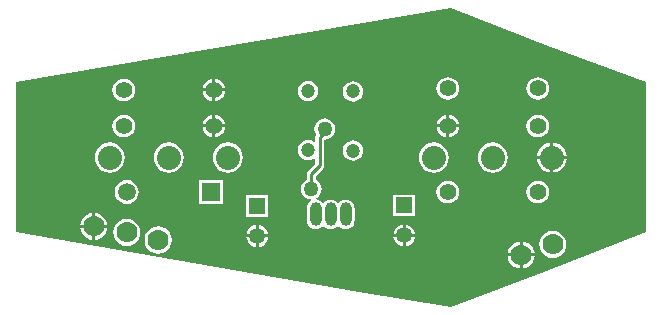
<source format=gbl>
G04*
G04 #@! TF.GenerationSoftware,Altium Limited,Altium Designer,18.0.11 (651)*
G04*
G04 Layer_Physical_Order=2*
G04 Layer_Color=16711680*
%FSLAX25Y25*%
%MOIN*%
G70*
G01*
G75*
%ADD12C,0.01000*%
%ADD28C,0.05512*%
%ADD29O,0.03937X0.07874*%
%ADD30O,0.03937X0.07874*%
%ADD31R,0.05906X0.05906*%
%ADD32C,0.05906*%
%ADD33C,0.05315*%
%ADD34R,0.05315X0.05315*%
%ADD35C,0.04724*%
%ADD36C,0.07000*%
%ADD37C,0.08000*%
%ADD38C,0.05000*%
G36*
X604000Y738500D02*
X636500Y726500D01*
Y676500D01*
X602519Y663450D01*
X571500Y651500D01*
X540960Y656770D01*
X426500Y676500D01*
Y726500D01*
X571500Y751495D01*
X604000Y738500D01*
D02*
G37*
%LPC*%
G36*
X493000Y727723D02*
Y724500D01*
X496222D01*
X496159Y724980D01*
X495781Y725894D01*
X495179Y726679D01*
X494394Y727281D01*
X493480Y727659D01*
X493000Y727723D01*
D02*
G37*
G36*
X492000D02*
X491519Y727659D01*
X490606Y727281D01*
X489821Y726679D01*
X489219Y725894D01*
X488841Y724980D01*
X488777Y724500D01*
X492000D01*
Y727723D01*
D02*
G37*
G36*
X600500Y728288D02*
X599519Y728159D01*
X598606Y727781D01*
X597821Y727179D01*
X597219Y726394D01*
X596841Y725481D01*
X596712Y724500D01*
X596841Y723520D01*
X597219Y722606D01*
X597821Y721821D01*
X598606Y721219D01*
X599519Y720841D01*
X600500Y720712D01*
X601480Y720841D01*
X602394Y721219D01*
X603179Y721821D01*
X603781Y722606D01*
X604159Y723520D01*
X604288Y724500D01*
X604159Y725481D01*
X603781Y726394D01*
X603179Y727179D01*
X602394Y727781D01*
X601480Y728159D01*
X600500Y728288D01*
D02*
G37*
G36*
X570500D02*
X569520Y728159D01*
X568606Y727781D01*
X567821Y727179D01*
X567219Y726394D01*
X566841Y725481D01*
X566712Y724500D01*
X566841Y723520D01*
X567219Y722606D01*
X567821Y721821D01*
X568606Y721219D01*
X569520Y720841D01*
X570500Y720712D01*
X571481Y720841D01*
X572394Y721219D01*
X573179Y721821D01*
X573781Y722606D01*
X574159Y723520D01*
X574288Y724500D01*
X574159Y725481D01*
X573781Y726394D01*
X573179Y727179D01*
X572394Y727781D01*
X571481Y728159D01*
X570500Y728288D01*
D02*
G37*
G36*
X524000Y727076D02*
X523122Y726961D01*
X522304Y726622D01*
X521602Y726083D01*
X521063Y725381D01*
X520724Y724563D01*
X520609Y723685D01*
X520724Y722807D01*
X521063Y721989D01*
X521602Y721287D01*
X522304Y720748D01*
X523122Y720409D01*
X524000Y720294D01*
X524878Y720409D01*
X525696Y720748D01*
X526398Y721287D01*
X526937Y721989D01*
X527276Y722807D01*
X527391Y723685D01*
X527276Y724563D01*
X526937Y725381D01*
X526398Y726083D01*
X525696Y726622D01*
X524878Y726961D01*
X524000Y727076D01*
D02*
G37*
G36*
X496222Y723500D02*
X493000D01*
Y720278D01*
X493480Y720341D01*
X494394Y720719D01*
X495179Y721321D01*
X495781Y722106D01*
X496159Y723020D01*
X496222Y723500D01*
D02*
G37*
G36*
X492000D02*
X488777D01*
X488841Y723020D01*
X489219Y722106D01*
X489821Y721321D01*
X490606Y720719D01*
X491519Y720341D01*
X492000Y720278D01*
Y723500D01*
D02*
G37*
G36*
X462500Y727788D02*
X461519Y727659D01*
X460606Y727281D01*
X459821Y726679D01*
X459219Y725894D01*
X458841Y724980D01*
X458712Y724000D01*
X458841Y723020D01*
X459219Y722106D01*
X459821Y721321D01*
X460606Y720719D01*
X461519Y720341D01*
X462500Y720212D01*
X463481Y720341D01*
X464394Y720719D01*
X465179Y721321D01*
X465781Y722106D01*
X466159Y723020D01*
X466288Y724000D01*
X466159Y724980D01*
X465781Y725894D01*
X465179Y726679D01*
X464394Y727281D01*
X463481Y727659D01*
X462500Y727788D01*
D02*
G37*
G36*
X539000Y726891D02*
X538122Y726776D01*
X537304Y726437D01*
X536602Y725898D01*
X536063Y725196D01*
X535724Y724378D01*
X535609Y723500D01*
X535724Y722622D01*
X536063Y721804D01*
X536602Y721102D01*
X537304Y720563D01*
X538122Y720224D01*
X539000Y720109D01*
X539878Y720224D01*
X540696Y720563D01*
X541398Y721102D01*
X541937Y721804D01*
X542276Y722622D01*
X542391Y723500D01*
X542276Y724378D01*
X541937Y725196D01*
X541398Y725898D01*
X540696Y726437D01*
X539878Y726776D01*
X539000Y726891D01*
D02*
G37*
G36*
X493000Y715723D02*
Y712500D01*
X496222D01*
X496159Y712981D01*
X495781Y713894D01*
X495179Y714679D01*
X494394Y715281D01*
X493480Y715659D01*
X493000Y715723D01*
D02*
G37*
G36*
X571000D02*
Y712500D01*
X574223D01*
X574159Y712981D01*
X573781Y713894D01*
X573179Y714679D01*
X572394Y715281D01*
X571481Y715659D01*
X571000Y715723D01*
D02*
G37*
G36*
X570000D02*
X569520Y715659D01*
X568606Y715281D01*
X567821Y714679D01*
X567219Y713894D01*
X566841Y712981D01*
X566778Y712500D01*
X570000D01*
Y715723D01*
D02*
G37*
G36*
X492000D02*
X491519Y715659D01*
X490606Y715281D01*
X489821Y714679D01*
X489219Y713894D01*
X488841Y712981D01*
X488777Y712500D01*
X492000D01*
Y715723D01*
D02*
G37*
G36*
X496222Y711500D02*
X493000D01*
Y708278D01*
X493480Y708341D01*
X494394Y708719D01*
X495179Y709321D01*
X495781Y710106D01*
X496159Y711020D01*
X496222Y711500D01*
D02*
G37*
G36*
X574223D02*
X571000D01*
Y708278D01*
X571481Y708341D01*
X572394Y708719D01*
X573179Y709321D01*
X573781Y710106D01*
X574159Y711020D01*
X574223Y711500D01*
D02*
G37*
G36*
X570000D02*
X566778D01*
X566841Y711020D01*
X567219Y710106D01*
X567821Y709321D01*
X568606Y708719D01*
X569520Y708341D01*
X570000Y708278D01*
Y711500D01*
D02*
G37*
G36*
X492000D02*
X488777D01*
X488841Y711020D01*
X489219Y710106D01*
X489821Y709321D01*
X490606Y708719D01*
X491519Y708341D01*
X492000Y708278D01*
Y711500D01*
D02*
G37*
G36*
X600500Y715788D02*
X599519Y715659D01*
X598606Y715281D01*
X597821Y714679D01*
X597219Y713894D01*
X596841Y712981D01*
X596712Y712000D01*
X596841Y711020D01*
X597219Y710106D01*
X597821Y709321D01*
X598606Y708719D01*
X599519Y708341D01*
X600500Y708212D01*
X601480Y708341D01*
X602394Y708719D01*
X603179Y709321D01*
X603781Y710106D01*
X604159Y711020D01*
X604288Y712000D01*
X604159Y712981D01*
X603781Y713894D01*
X603179Y714679D01*
X602394Y715281D01*
X601480Y715659D01*
X600500Y715788D01*
D02*
G37*
G36*
X462500D02*
X461519Y715659D01*
X460606Y715281D01*
X459821Y714679D01*
X459219Y713894D01*
X458841Y712981D01*
X458712Y712000D01*
X458841Y711020D01*
X459219Y710106D01*
X459821Y709321D01*
X460606Y708719D01*
X461519Y708341D01*
X462500Y708212D01*
X463481Y708341D01*
X464394Y708719D01*
X465179Y709321D01*
X465781Y710106D01*
X466159Y711020D01*
X466288Y712000D01*
X466159Y712981D01*
X465781Y713894D01*
X465179Y714679D01*
X464394Y715281D01*
X463481Y715659D01*
X462500Y715788D01*
D02*
G37*
G36*
X529500Y714530D02*
X528586Y714410D01*
X527735Y714057D01*
X527004Y713496D01*
X526443Y712765D01*
X526090Y711914D01*
X525970Y711000D01*
X526090Y710086D01*
X526443Y709235D01*
X526549Y709097D01*
X526449Y708948D01*
X526333Y708362D01*
Y707013D01*
X525884Y706792D01*
X525696Y706937D01*
X524878Y707276D01*
X524000Y707391D01*
X523122Y707276D01*
X522304Y706937D01*
X521602Y706398D01*
X521063Y705696D01*
X520724Y704878D01*
X520609Y704000D01*
X520724Y703122D01*
X521063Y702304D01*
X521602Y701602D01*
X522304Y701063D01*
X523122Y700724D01*
X524000Y700609D01*
X524878Y700724D01*
X525696Y701063D01*
X525884Y701208D01*
X526333Y700987D01*
Y699496D01*
X523919Y697081D01*
X523587Y696585D01*
X523471Y696000D01*
Y694155D01*
X523235Y694057D01*
X522504Y693496D01*
X521943Y692765D01*
X521590Y691914D01*
X521470Y691000D01*
X521590Y690086D01*
X521943Y689235D01*
X522504Y688504D01*
X523235Y687943D01*
X524086Y687590D01*
X524786Y687498D01*
X524841Y687387D01*
X524896Y686979D01*
X524383Y686586D01*
X523907Y685966D01*
X523608Y685243D01*
X523506Y684469D01*
Y680532D01*
X523608Y679757D01*
X523907Y679034D01*
X524383Y678414D01*
X525003Y677939D01*
X525725Y677639D01*
X526500Y677537D01*
X527275Y677639D01*
X527997Y677939D01*
X528617Y678414D01*
X528750Y678587D01*
X529250D01*
X529383Y678414D01*
X530003Y677939D01*
X530725Y677639D01*
X531500Y677537D01*
X532275Y677639D01*
X532997Y677939D01*
X533617Y678414D01*
X533750Y678587D01*
X534250D01*
X534383Y678414D01*
X535003Y677939D01*
X535725Y677639D01*
X536500Y677537D01*
X537275Y677639D01*
X537997Y677939D01*
X538617Y678414D01*
X539093Y679034D01*
X539392Y679756D01*
X539494Y680532D01*
Y684469D01*
X539392Y685244D01*
X539093Y685966D01*
X538617Y686586D01*
X537997Y687062D01*
X537275Y687361D01*
X536500Y687463D01*
X535725Y687361D01*
X535003Y687062D01*
X534383Y686586D01*
X534250Y686413D01*
X533750D01*
X533617Y686586D01*
X532997Y687062D01*
X532275Y687361D01*
X531500Y687463D01*
X530725Y687361D01*
X530003Y687062D01*
X529383Y686586D01*
X529250Y686413D01*
X528750D01*
X528617Y686586D01*
X527997Y687062D01*
X527275Y687361D01*
X526813Y687421D01*
X526746Y687935D01*
X526765Y687943D01*
X527496Y688504D01*
X528057Y689235D01*
X528410Y690086D01*
X528530Y691000D01*
X528410Y691914D01*
X528057Y692765D01*
X527496Y693496D01*
X526765Y694057D01*
X526529Y694155D01*
Y695366D01*
X528944Y697781D01*
X529275Y698277D01*
X529392Y698862D01*
Y707375D01*
X529500Y707470D01*
X530414Y707590D01*
X531265Y707943D01*
X531996Y708504D01*
X532557Y709235D01*
X532910Y710086D01*
X533030Y711000D01*
X532910Y711914D01*
X532557Y712765D01*
X531996Y713496D01*
X531265Y714057D01*
X530414Y714410D01*
X529500Y714530D01*
D02*
G37*
G36*
X605685Y706454D02*
Y701976D01*
X610162D01*
X610056Y702782D01*
X609552Y703998D01*
X608751Y705042D01*
X607707Y705844D01*
X606490Y706348D01*
X605685Y706454D01*
D02*
G37*
G36*
X604685D02*
X603880Y706348D01*
X602663Y705844D01*
X601619Y705042D01*
X600817Y703998D01*
X600314Y702782D01*
X600208Y701976D01*
X604685D01*
Y706454D01*
D02*
G37*
G36*
X539000Y707206D02*
X538122Y707091D01*
X537304Y706752D01*
X536602Y706213D01*
X536063Y705511D01*
X535724Y704693D01*
X535609Y703815D01*
X535724Y702937D01*
X536063Y702119D01*
X536602Y701417D01*
X537304Y700878D01*
X538122Y700539D01*
X539000Y700424D01*
X539878Y700539D01*
X540696Y700878D01*
X541398Y701417D01*
X541937Y702119D01*
X542276Y702937D01*
X542391Y703815D01*
X542276Y704693D01*
X541937Y705511D01*
X541398Y706213D01*
X540696Y706752D01*
X539878Y707091D01*
X539000Y707206D01*
D02*
G37*
G36*
X610162Y700976D02*
X605685D01*
Y696499D01*
X606490Y696605D01*
X607707Y697109D01*
X608751Y697910D01*
X609552Y698955D01*
X610056Y700171D01*
X610162Y700976D01*
D02*
G37*
G36*
X604685D02*
X600208D01*
X600314Y700171D01*
X600817Y698955D01*
X601619Y697910D01*
X602663Y697109D01*
X603880Y696605D01*
X604685Y696499D01*
Y700976D01*
D02*
G37*
G36*
X585500Y706520D02*
X584195Y706348D01*
X582978Y705844D01*
X581934Y705042D01*
X581133Y703998D01*
X580629Y702782D01*
X580457Y701476D01*
X580629Y700171D01*
X581133Y698955D01*
X581934Y697910D01*
X582978Y697109D01*
X584195Y696605D01*
X585500Y696433D01*
X586805Y696605D01*
X588022Y697109D01*
X589066Y697910D01*
X589867Y698955D01*
X590371Y700171D01*
X590543Y701476D01*
X590371Y702782D01*
X589867Y703998D01*
X589066Y705042D01*
X588022Y705844D01*
X586805Y706348D01*
X585500Y706520D01*
D02*
G37*
G36*
X565815D02*
X564510Y706348D01*
X563293Y705844D01*
X562249Y705042D01*
X561447Y703998D01*
X560944Y702782D01*
X560772Y701476D01*
X560944Y700171D01*
X561447Y698955D01*
X562249Y697910D01*
X563293Y697109D01*
X564510Y696605D01*
X565815Y696433D01*
X567120Y696605D01*
X568337Y697109D01*
X569381Y697910D01*
X570183Y698955D01*
X570686Y700171D01*
X570858Y701476D01*
X570686Y702782D01*
X570183Y703998D01*
X569381Y705042D01*
X568337Y705844D01*
X567120Y706348D01*
X565815Y706520D01*
D02*
G37*
G36*
X497185D02*
X495880Y706348D01*
X494663Y705844D01*
X493619Y705042D01*
X492817Y703998D01*
X492314Y702782D01*
X492142Y701476D01*
X492314Y700171D01*
X492817Y698955D01*
X493619Y697910D01*
X494663Y697109D01*
X495880Y696605D01*
X497185Y696433D01*
X498490Y696605D01*
X499707Y697109D01*
X500751Y697910D01*
X501552Y698955D01*
X502056Y700171D01*
X502228Y701476D01*
X502056Y702782D01*
X501552Y703998D01*
X500751Y705042D01*
X499707Y705844D01*
X498490Y706348D01*
X497185Y706520D01*
D02*
G37*
G36*
X477500D02*
X476195Y706348D01*
X474978Y705844D01*
X473934Y705042D01*
X473133Y703998D01*
X472629Y702782D01*
X472457Y701476D01*
X472629Y700171D01*
X473133Y698955D01*
X473934Y697910D01*
X474978Y697109D01*
X476195Y696605D01*
X477500Y696433D01*
X478805Y696605D01*
X480022Y697109D01*
X481066Y697910D01*
X481868Y698955D01*
X482371Y700171D01*
X482543Y701476D01*
X482371Y702782D01*
X481868Y703998D01*
X481066Y705042D01*
X480022Y705844D01*
X478805Y706348D01*
X477500Y706520D01*
D02*
G37*
G36*
X457815D02*
X456510Y706348D01*
X455293Y705844D01*
X454249Y705042D01*
X453447Y703998D01*
X452944Y702782D01*
X452772Y701476D01*
X452944Y700171D01*
X453447Y698955D01*
X454249Y697910D01*
X455293Y697109D01*
X456510Y696605D01*
X457815Y696433D01*
X459120Y696605D01*
X460337Y697109D01*
X461381Y697910D01*
X462183Y698955D01*
X462686Y700171D01*
X462858Y701476D01*
X462686Y702782D01*
X462183Y703998D01*
X461381Y705042D01*
X460337Y705844D01*
X459120Y706348D01*
X457815Y706520D01*
D02*
G37*
G36*
X600500Y693788D02*
X599519Y693659D01*
X598606Y693281D01*
X597821Y692679D01*
X597219Y691894D01*
X596841Y690980D01*
X596712Y690000D01*
X596841Y689019D01*
X597219Y688106D01*
X597821Y687321D01*
X598606Y686719D01*
X599519Y686341D01*
X600500Y686212D01*
X601480Y686341D01*
X602394Y686719D01*
X603179Y687321D01*
X603781Y688106D01*
X604159Y689019D01*
X604288Y690000D01*
X604159Y690980D01*
X603781Y691894D01*
X603179Y692679D01*
X602394Y693281D01*
X601480Y693659D01*
X600500Y693788D01*
D02*
G37*
G36*
X570500D02*
X569520Y693659D01*
X568606Y693281D01*
X567821Y692679D01*
X567219Y691894D01*
X566841Y690980D01*
X566712Y690000D01*
X566841Y689019D01*
X567219Y688106D01*
X567821Y687321D01*
X568606Y686719D01*
X569520Y686341D01*
X570500Y686212D01*
X571481Y686341D01*
X572394Y686719D01*
X573179Y687321D01*
X573781Y688106D01*
X574159Y689019D01*
X574288Y690000D01*
X574159Y690980D01*
X573781Y691894D01*
X573179Y692679D01*
X572394Y693281D01*
X571481Y693659D01*
X570500Y693788D01*
D02*
G37*
G36*
X495429Y693953D02*
X487524D01*
Y686047D01*
X495429D01*
Y693953D01*
D02*
G37*
G36*
X463524Y693987D02*
X462492Y693851D01*
X461530Y693453D01*
X460705Y692819D01*
X460071Y691993D01*
X459673Y691032D01*
X459537Y690000D01*
X459673Y688968D01*
X460071Y688007D01*
X460705Y687181D01*
X461530Y686547D01*
X462492Y686149D01*
X463524Y686013D01*
X464556Y686149D01*
X465517Y686547D01*
X466343Y687181D01*
X466976Y688007D01*
X467375Y688968D01*
X467511Y690000D01*
X467375Y691032D01*
X466976Y691993D01*
X466343Y692819D01*
X465517Y693453D01*
X464556Y693851D01*
X463524Y693987D01*
D02*
G37*
G36*
X559657Y689157D02*
X552343D01*
Y681843D01*
X559657D01*
Y689157D01*
D02*
G37*
G36*
X510658Y689000D02*
X503342D01*
Y681685D01*
X510658D01*
Y689000D01*
D02*
G37*
G36*
X453000Y682973D02*
Y679000D01*
X456973D01*
X456884Y679675D01*
X456431Y680769D01*
X455709Y681709D01*
X454769Y682431D01*
X453675Y682884D01*
X453000Y682973D01*
D02*
G37*
G36*
X452000D02*
X451325Y682884D01*
X450231Y682431D01*
X449291Y681709D01*
X448569Y680769D01*
X448116Y679675D01*
X448027Y679000D01*
X452000D01*
Y682973D01*
D02*
G37*
G36*
X556500Y679123D02*
Y676000D01*
X559623D01*
X559563Y676455D01*
X559195Y677345D01*
X558609Y678109D01*
X557844Y678695D01*
X556955Y679063D01*
X556500Y679123D01*
D02*
G37*
G36*
X555500D02*
X555045Y679063D01*
X554155Y678695D01*
X553391Y678109D01*
X552805Y677345D01*
X552437Y676455D01*
X552377Y676000D01*
X555500D01*
Y679123D01*
D02*
G37*
G36*
X507500Y678966D02*
Y675843D01*
X510623D01*
X510563Y676297D01*
X510195Y677187D01*
X509609Y677951D01*
X508845Y678537D01*
X507955Y678906D01*
X507500Y678966D01*
D02*
G37*
G36*
X506500Y678966D02*
X506045Y678906D01*
X505156Y678537D01*
X504391Y677951D01*
X503805Y677187D01*
X503437Y676297D01*
X503377Y675843D01*
X506500D01*
Y678966D01*
D02*
G37*
G36*
X456973Y678000D02*
X453000D01*
Y674027D01*
X453675Y674116D01*
X454769Y674569D01*
X455709Y675291D01*
X456431Y676231D01*
X456884Y677325D01*
X456973Y678000D01*
D02*
G37*
G36*
X452000D02*
X448027D01*
X448116Y677325D01*
X448569Y676231D01*
X449291Y675291D01*
X450231Y674569D01*
X451325Y674116D01*
X452000Y674027D01*
Y678000D01*
D02*
G37*
G36*
X463500Y681039D02*
X462325Y680884D01*
X461231Y680431D01*
X460291Y679709D01*
X459569Y678769D01*
X459116Y677675D01*
X458961Y676500D01*
X459116Y675325D01*
X459569Y674231D01*
X460291Y673291D01*
X461231Y672569D01*
X462325Y672116D01*
X463500Y671961D01*
X464675Y672116D01*
X465769Y672569D01*
X466709Y673291D01*
X467431Y674231D01*
X467884Y675325D01*
X468039Y676500D01*
X467884Y677675D01*
X467431Y678769D01*
X466709Y679709D01*
X465769Y680431D01*
X464675Y680884D01*
X463500Y681039D01*
D02*
G37*
G36*
X559623Y675000D02*
X556500D01*
Y671877D01*
X556955Y671937D01*
X557844Y672305D01*
X558609Y672891D01*
X559195Y673656D01*
X559563Y674545D01*
X559623Y675000D01*
D02*
G37*
G36*
X555500D02*
X552377D01*
X552437Y674545D01*
X552805Y673656D01*
X553391Y672891D01*
X554155Y672305D01*
X555045Y671937D01*
X555500Y671877D01*
Y675000D01*
D02*
G37*
G36*
X506500Y674843D02*
X503377D01*
X503437Y674388D01*
X503805Y673498D01*
X504391Y672734D01*
X505156Y672148D01*
X506045Y671779D01*
X506500Y671719D01*
Y674843D01*
D02*
G37*
G36*
X510623D02*
X507500D01*
Y671719D01*
X507955Y671779D01*
X508845Y672148D01*
X509609Y672734D01*
X510195Y673498D01*
X510563Y674388D01*
X510623Y674843D01*
D02*
G37*
G36*
X595500Y673473D02*
Y669500D01*
X599473D01*
X599384Y670175D01*
X598931Y671269D01*
X598209Y672209D01*
X597269Y672931D01*
X596175Y673384D01*
X595500Y673473D01*
D02*
G37*
G36*
X594500D02*
X593825Y673384D01*
X592731Y672931D01*
X591791Y672209D01*
X591069Y671269D01*
X590616Y670175D01*
X590527Y669500D01*
X594500D01*
Y673473D01*
D02*
G37*
G36*
X474000Y678539D02*
X472825Y678384D01*
X471731Y677931D01*
X470791Y677209D01*
X470069Y676269D01*
X469616Y675175D01*
X469461Y674000D01*
X469616Y672825D01*
X470069Y671731D01*
X470791Y670791D01*
X471731Y670069D01*
X472825Y669616D01*
X474000Y669461D01*
X475175Y669616D01*
X476269Y670069D01*
X477209Y670791D01*
X477931Y671731D01*
X478384Y672825D01*
X478539Y674000D01*
X478384Y675175D01*
X477931Y676269D01*
X477209Y677209D01*
X476269Y677931D01*
X475175Y678384D01*
X474000Y678539D01*
D02*
G37*
G36*
X605500Y677039D02*
X604325Y676884D01*
X603231Y676431D01*
X602291Y675709D01*
X601569Y674769D01*
X601116Y673675D01*
X600961Y672500D01*
X601116Y671325D01*
X601569Y670231D01*
X602291Y669291D01*
X603231Y668569D01*
X604325Y668116D01*
X605500Y667961D01*
X606675Y668116D01*
X607769Y668569D01*
X608709Y669291D01*
X609431Y670231D01*
X609884Y671325D01*
X610039Y672500D01*
X609884Y673675D01*
X609431Y674769D01*
X608709Y675709D01*
X607769Y676431D01*
X606675Y676884D01*
X605500Y677039D01*
D02*
G37*
G36*
X599473Y668500D02*
X595500D01*
Y664527D01*
X596175Y664616D01*
X597269Y665069D01*
X598209Y665791D01*
X598931Y666731D01*
X599384Y667825D01*
X599473Y668500D01*
D02*
G37*
G36*
X594500D02*
X590527D01*
X590616Y667825D01*
X591069Y666731D01*
X591791Y665791D01*
X592731Y665069D01*
X593825Y664616D01*
X594500Y664527D01*
Y668500D01*
D02*
G37*
%LPD*%
D12*
X529500Y710000D02*
Y711000D01*
X527862Y708362D02*
X529500Y710000D01*
X527862Y698862D02*
Y708362D01*
X525000Y691000D02*
Y696000D01*
X527862Y698862D01*
D28*
X462500Y724000D02*
D03*
X492500D02*
D03*
X600500Y690000D02*
D03*
X570500D02*
D03*
X600500Y712000D02*
D03*
X570500D02*
D03*
Y724500D02*
D03*
X600500D02*
D03*
X462500Y712000D02*
D03*
X492500D02*
D03*
D29*
X536500Y682500D02*
D03*
X531500D02*
D03*
D30*
X526500D02*
D03*
D31*
X491476Y690000D02*
D03*
D32*
X463524D02*
D03*
D33*
X556000Y675500D02*
D03*
X507000Y675343D02*
D03*
D34*
X556000Y685500D02*
D03*
X507000Y685343D02*
D03*
D35*
X524000Y723685D02*
D03*
Y704000D02*
D03*
X539000Y723500D02*
D03*
Y703815D02*
D03*
D36*
X605500Y672500D02*
D03*
X595000Y669000D02*
D03*
X474000Y674000D02*
D03*
X463500Y676500D02*
D03*
X452500Y678500D02*
D03*
D37*
X457815Y701476D02*
D03*
X497185D02*
D03*
X477500D02*
D03*
D03*
X565815D02*
D03*
X605185D02*
D03*
X585500D02*
D03*
D03*
D38*
X529500Y711000D02*
D03*
X525000Y691000D02*
D03*
M02*

</source>
